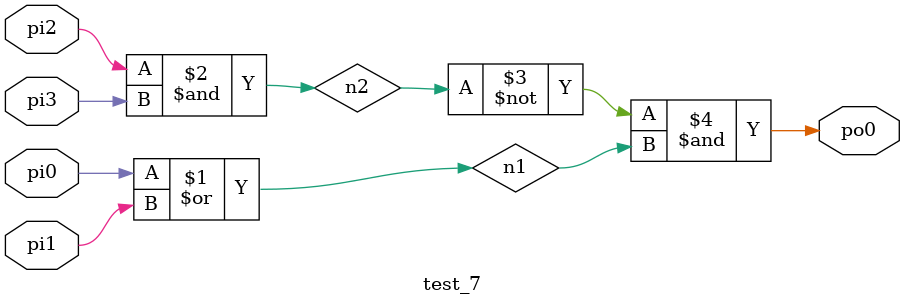
<source format=v>
module test_7 (
	pi0, pi1, pi2, pi3,
	po0);
  	input pi0, pi1, pi2, pi3;
  	output po0;
  	wire n1, n2;
	assign n1 = pi0 | pi1;
	assign n2 = pi2 & pi3;
	assign po0 = ~n2 & n1;
endmodule

// Y4(i3, i4, 0, 1, 0, 0, i1, i2, 0, 0, 1, 1, 1, 0, 0)

</source>
